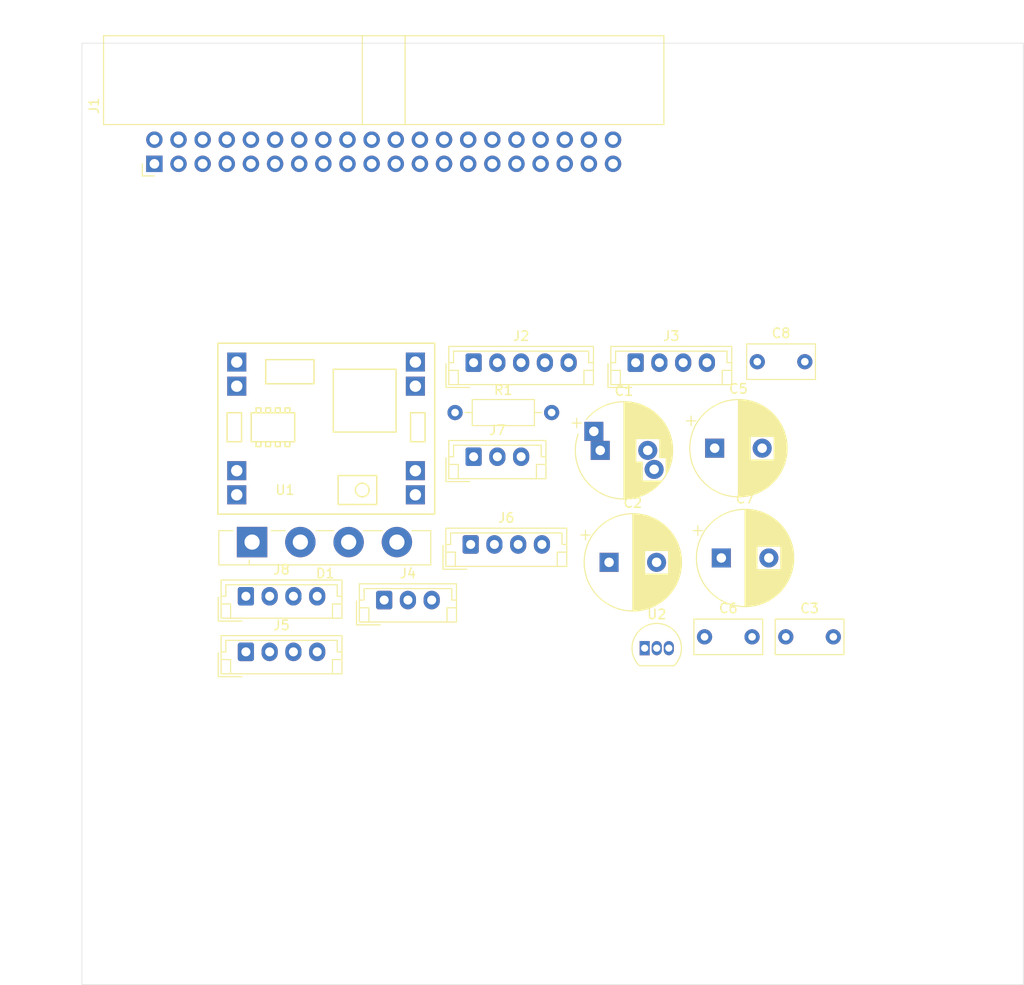
<source format=kicad_pcb>
(kicad_pcb (version 20221018) (generator pcbnew)
  (layers (0 "F.Cu" signal) (31 "B.Cu" signal) (34 "B.Paste" user) (35 "F.Paste" user) (36 "B.SilkS" user "B.Silkscreen") (37 "F.SilkS" user "F.Silkscreen") (38 "B.Mask" user) (39 "F.Mask" user) (44 "Edge.Cuts" user))
  (net 0 "")
  (net 1 "GNDD")
  (net 2 "/AC1")
  (net 3 "/AC2")
  (net 4 "/+3.3VA")
  (net 5 "/AD2")
  (net 6 "/AD1")
  (net 7 "/AD3")
  (net 8 "/SYNC_SCK")
  (net 9 "/SYNC_DATA")
  (net 10 "/ROT-B")
  (net 11 "/ROT-A")
  (net 12 "/MUTE")
  (net 13 "/STBY")
  (net 14 "/REMOTE")
  (net 15 "GNDA")
  (net 16 "/SP_L")
  (net 17 "/OUT_L")
  (net 18 "/OUT_R")
  (net 19 "/SP_R")
  (net 20 "Net-(C1-Pad1)")
  (net 21 "+5V")
  (net 22 "Net-(C5-Pad1)")
  (net 23 "Net-(C7-Pad1)")
  (net 24 "Net-(J1-Pad3)")
  (net 25 "Net-(J1-Pad4)")
  (net 26 "Net-(J1-Pad5)")
  (net 27 "Net-(J1-Pad6)")
  (net 28 "Net-(J1-Pad7)")
  (net 29 "Net-(J1-Pad8)")
  (net 30 "Net-(J1-Pad13)")
  (net 31 "Net-(J1-Pad20)")
  (net 32 "Net-(J1-Pad21)")
  (net 33 "/QD_G")
  (net 34 "/QD_L")
  (net 35 "/QD_R")
  (net 36 "Net-(J1-Pad31)")
  (net 37 "Net-(J1-Pad32)")
  (net 38 "/MP3_L")
  (net 39 "/MP3_R")
  (net 40 "/TUN_L")
  (net 41 "/TUN_R")
  (net 42 "Net-(J3-Pad1)")
  (net 43 "Net-(J8-Pad1)")
  (net 44 "/SDA")
  (net 45 "/SCL")
  (footprint "Connector_IDC:IDC-Header_2x20_P2.54mm_Horizontal" (layer "F.Cu") (at 106.68 45.72 90)
    (fp_text reference "J1" (at 6.105 -6.35 90) (layer "F.SilkS"))
    (fp_text value "H-MS1110_Bus")
    (pad "1" thru_hole rect (at 0 0 90) (size 1.7272 1.7272) (drill 1.016) (layers "*.Cu" "*.Mask") (net 5 "/AD2"))
    (pad "2" thru_hole oval (at 2.54 0 90) (size 1.7272 1.7272) (drill 1.016) (layers "*.Cu" "*.Mask") (net 6 "/AD1"))
    (pad "3" thru_hole oval (at 0 2.54 90) (size 1.7272 1.7272) (drill 1.016) (layers "*.Cu" "*.Mask") (net 24 "Net-(J1-Pad3)"))
    (pad "4" thru_hole oval (at 2.54 2.54 90) (size 1.7272 1.7272) (drill 1.016) (layers "*.Cu" "*.Mask") (net 25 "Net-(J1-Pad4)"))
    (pad "5" thru_hole oval (at 0 5.08 90) (size 1.7272 1.7272) (drill 1.016) (layers "*.Cu" "*.Mask") (net 26 "Net-(J1-Pad5)"))
    (pad "6" thru_hole oval (at 2.54 5.08 90) (size 1.7272 1.7272) (drill 1.016) (layers "*.Cu" "*.Mask") (net 27 "Net-(J1-Pad6)"))
    (pad "7" thru_hole oval (at 0 7.62 90) (size 1.7272 1.7272) (drill 1.016) (layers "*.Cu" "*.Mask") (net 28 "Net-(J1-Pad7)"))
    (pad "8" thru_hole oval (at 2.54 7.62 90) (size 1.7272 1.7272) (drill 1.016) (layers "*.Cu" "*.Mask") (net 29 "Net-(J1-Pad8)"))
    (pad "9" thru_hole oval (at 0 10.16 90) (size 1.7272 1.7272) (drill 1.016) (layers "*.Cu" "*.Mask") (net 4 "/+3.3VA"))
    (pad "10" thru_hole oval (at 2.54 10.16 90) (size 1.7272 1.7272) (drill 1.016) (layers "*.Cu" "*.Mask") (net 10 "/ROT-B"))
    (pad "11" thru_hole oval (at 0 12.7 90) (size 1.7272 1.7272) (drill 1.016) (layers "*.Cu" "*.Mask") (net 1 "GNDD"))
    (pad "12" thru_hole oval (at 2.54 12.7 90) (size 1.7272 1.7272) (drill 1.016) (layers "*.Cu" "*.Mask") (net 11 "/ROT-A"))
    (pad "13" thru_hole oval (at 0 15.24 90) (size 1.7272 1.7272) (drill 1.016) (layers "*.Cu" "*.Mask") (net 30 "Net-(J1-Pad13)"))
    (pad "14" thru_hole oval (at 2.54 15.24 90) (size 1.7272 1.7272) (drill 1.016) (layers "*.Cu" "*.Mask") (net 7 "/AD3"))
    (pad "15" thru_hole oval (at 0 17.78 90) (size 1.7272 1.7272) (drill 1.016) (layers "*.Cu" "*.Mask") (net 14 "/REMOTE"))
    (pad "16" thru_hole oval (at 2.54 17.78 90) (size 1.7272 1.7272) (drill 1.016) (layers "*.Cu" "*.Mask") (net 9 "/SYNC_DATA"))
    (pad "17" thru_hole oval (at 0 20.32 90) (size 1.7272 1.7272) (drill 1.016) (layers "*.Cu" "*.Mask") (net 2 "/AC1"))
    (pad "18" thru_hole oval (at 2.54 20.32 90) (size 1.7272 1.7272) (drill 1.016) (layers "*.Cu" "*.Mask") (net 8 "/SYNC_SCK"))
    (pad "19" thru_hole oval (at 0 22.86 90) (size 1.7272 1.7272) (drill 1.016) (layers "*.Cu" "*.Mask") (net 3 "/AC2"))
    (pad "20" thru_hole oval (at 2.54 22.86 90) (size 1.7272 1.7272) (drill 1.016) (layers "*.Cu" "*.Mask") (net 31 "Net-(J1-Pad20)"))
    (pad "21" thru_hole oval (at 0 25.4 90) (size 1.7272 1.7272) (drill 1.016) (layers "*.Cu" "*.Mask") (net 32 "Net-(J1-Pad21)"))
    (pad "22" thru_hole oval (at 2.54 25.4 90) (size 1.7272 1.7272) (drill 1.016) (layers "*.Cu" "*.Mask") (net 13 "/STBY"))
    (pad "23" thru_hole oval (at 0 27.94 90) (size 1.7272 1.7272) (drill 1.016) (layers "*.Cu" "*.Mask") (net 33 "/QD_G"))
    (pad "24" thru_hole oval (at 2.54 27.94 90) (size 1.7272 1.7272) (drill 1.016) (layers "*.Cu" "*.Mask") (net 12 "/MUTE"))
    (pad "25" thru_hole oval (at 0 30.48 90) (size 1.7272 1.7272) (drill 1.016) (layers "*.Cu" "*.Mask") (net 15 "GNDA"))
    (pad "26" thru_hole oval (at 2.54 30.48 90) (size 1.7272 1.7272) (drill 1.016) (layers "*.Cu" "*.Mask") (net 34 "/QD_L"))
    (pad "27" thru_hole oval (at 0 33.02 90) (size 1.7272 1.7272) (drill 1.016) (layers "*.Cu" "*.Mask") (net 16 "/SP_L"))
    (pad "28" thru_hole oval (at 2.54 33.02 90) (size 1.7272 1.7272) (drill 1.016) (layers "*.Cu" "*.Mask") (net 35 "/QD_R"))
    (pad "29" thru_hole oval (at 0 35.56 90) (size 1.7272 1.7272) (drill 1.016) (layers "*.Cu" "*.Mask") (net 17 "/OUT_L"))
    (pad "30" thru_hole oval (at 2.54 35.56 90) (size 1.7272 1.7272) (drill 1.016) (layers "*.Cu" "*.Mask") (net 18 "/OUT_R"))
    (pad "31" thru_hole oval (at 0 38.1 90) (size 1.7272 1.7272) (drill 1.016) (layers "*.Cu" "*.Mask") (net 36 "Net-(J1-Pad31)"))
    (pad "32" thru_hole oval (at 2.54 38.1 90) (size 1.7272 1.7272) (drill 1.016) (layers "*.Cu" "*.Mask") (net 37 "Net-(J1-Pad32)"))
    (pad "33" thru_hole oval (at 0 40.64 90) (size 1.7272 1.7272) (drill 1.016) (layers "*.Cu" "*.Mask") (net 15 "GNDA"))
    (pad "34" thru_hole oval (at 2.54 40.64 90) (size 1.7272 1.7272) (drill 1.016) (layers "*.Cu" "*.Mask") (net 19 "/SP_R"))
    (pad "35" thru_hole oval (at 0 43.18 90) (size 1.7272 1.7272) (drill 1.016) (layers "*.Cu" "*.Mask") (net 15 "GNDA"))
    (pad "36" thru_hole oval (at 2.54 43.18 90) (size 1.7272 1.7272) (drill 1.016) (layers "*.Cu" "*.Mask") (net 38 "/MP3_L"))
    (pad "37" thru_hole oval (at 0 45.72 90) (size 1.7272 1.7272) (drill 1.016) (layers "*.Cu" "*.Mask") (net 39 "/MP3_R"))
    (pad "38" thru_hole oval (at 2.54 45.72 90) (size 1.7272 1.7272) (drill 1.016) (layers "*.Cu" "*.Mask") (net 15 "GNDA"))
    (pad "39" thru_hole oval (at 0 48.26 90) (size 1.7272 1.7272) (drill 1.016) (layers "*.Cu" "*.Mask") (net 40 "/TUN_L"))
    (pad "40" thru_hole oval (at 2.54 48.26 90) (size 1.7272 1.7272) (drill 1.016) (layers "*.Cu" "*.Mask") (net 41 "/TUN_R"))
  )
  (footprint "Capacitor_THT:CP_Radial_D10.0mm_P5.00mm_P7.50mm" (layer "F.Cu") (at 153.593647 75.871001)
    (fp_text reference "C1" (at 2.5 -6.25) (layer "F.SilkS"))
    (fp_text value "1000.0")
    (pad "1" thru_hole rect (at -0.672144 -2) (size 2 2) (drill 1) (layers "*.Cu" "*.Mask") (net 20 "Net-(C1-Pad1)"))
    (pad "1" thru_hole rect (at 0 0) (size 2 2) (drill 1) (layers "*.Cu" "*.Mask") (net 20 "Net-(C1-Pad1)"))
    (pad "2" thru_hole circle (at 5 0) (size 2 2) (drill 1) (layers "*.Cu" "*.Mask") (net 1 "GNDD"))
    (pad "2" thru_hole circle (at 5.672144 2) (size 2 2) (drill 1) (layers "*.Cu" "*.Mask") (net 1 "GNDD"))
  )
  (footprint "Capacitor_THT:CP_Radial_D10.0mm_P5.00mm" (layer "F.Cu") (at 154.523647 87.651001)
    (fp_text reference "C2" (at 2.5 -6.25) (layer "F.SilkS"))
    (fp_text value "470.0")
    (pad "1" thru_hole rect (at 0 0) (size 2 2) (drill 1) (layers "*.Cu" "*.Mask") (net 21 "+5V"))
    (pad "2" thru_hole circle (at 5 0) (size 2 2) (drill 1) (layers "*.Cu" "*.Mask") (net 1 "GNDD"))
  )
  (footprint "Capacitor_THT:C_Rect_L7.0mm_W3.5mm_P5.00mm" (layer "F.Cu") (at 173.119001 95.491001)
    (fp_text reference "C3" (at 2.5 -3) (layer "F.SilkS"))
    (fp_text value "0.1")
    (pad "1" thru_hole circle (at 0 0) (size 1.6 1.6) (drill 0.8) (layers "*.Cu" "*.Mask") (net 21 "+5V"))
    (pad "2" thru_hole circle (at 5 0) (size 1.6 1.6) (drill 0.8) (layers "*.Cu" "*.Mask") (net 1 "GNDD"))
  )
  (footprint "Capacitor_THT:CP_Radial_D10.0mm_P5.00mm" (layer "F.Cu") (at 165.633647 75.641001)
    (fp_text reference "C5" (at 2.5 -6.25) (layer "F.SilkS"))
    (fp_text value "220.0")
    (pad "1" thru_hole rect (at 0 0) (size 2 2) (drill 1) (layers "*.Cu" "*.Mask") (net 22 "Net-(C5-Pad1)"))
    (pad "2" thru_hole circle (at 5 0) (size 2 2) (drill 1) (layers "*.Cu" "*.Mask") (net 15 "GNDA"))
  )
  (footprint "Capacitor_THT:C_Rect_L7.0mm_W3.5mm_P5.00mm" (layer "F.Cu") (at 164.569001 95.491001)
    (fp_text reference "C6" (at 2.5 -3) (layer "F.SilkS"))
    (fp_text value "0.1")
    (pad "1" thru_hole circle (at 0 0) (size 1.6 1.6) (drill 0.8) (layers "*.Cu" "*.Mask") (net 22 "Net-(C5-Pad1)"))
    (pad "2" thru_hole circle (at 5 0) (size 1.6 1.6) (drill 0.8) (layers "*.Cu" "*.Mask") (net 15 "GNDA"))
  )
  (footprint "Capacitor_THT:CP_Radial_D10.0mm_P5.00mm" (layer "F.Cu") (at 166.333647 87.191001)
    (fp_text reference "C7" (at 2.5 -6.25) (layer "F.SilkS"))
    (fp_text value "220.0")
    (pad "1" thru_hole rect (at 0 0) (size 2 2) (drill 1) (layers "*.Cu" "*.Mask") (net 23 "Net-(C7-Pad1)"))
    (pad "2" thru_hole circle (at 5 0) (size 2 2) (drill 1) (layers "*.Cu" "*.Mask") (net 15 "GNDA"))
  )
  (footprint "Capacitor_THT:C_Rect_L7.0mm_W3.5mm_P5.00mm" (layer "F.Cu") (at 170.119001 66.541001)
    (fp_text reference "C8" (at 2.5 -3) (layer "F.SilkS"))
    (fp_text value "0.1")
    (pad "1" thru_hole circle (at 0 0) (size 1.6 1.6) (drill 0.8) (layers "*.Cu" "*.Mask") (net 23 "Net-(C7-Pad1)"))
    (pad "2" thru_hole circle (at 5 0) (size 1.6 1.6) (drill 0.8) (layers "*.Cu" "*.Mask") (net 15 "GNDA"))
  )
  (footprint "Diode_THT:Diode_Bridge_Vishay_GBU" (layer "F.Cu") (at 116.959001 85.521001)
    (fp_text reference "D1" (at 7.7 3.3 180) (layer "F.SilkS"))
    (fp_text value "GBU8K")
    (pad "1" thru_hole rect (at 0 0) (size 3.2 3.2) (drill 1.6) (layers "*.Cu" "*.Mask") (net 20 "Net-(C1-Pad1)"))
    (pad "2" thru_hole circle (at 5.08 0) (size 3.2 3.2) (drill 1.6) (layers "*.Cu" "*.Mask") (net 3 "/AC2"))
    (pad "3" thru_hole circle (at 10.16 0) (size 3.2 3.2) (drill 1.6) (layers "*.Cu" "*.Mask") (net 2 "/AC1"))
    (pad "4" thru_hole circle (at 15.24 0) (size 3.2 3.2) (drill 1.6) (layers "*.Cu" "*.Mask") (net 1 "GNDD"))
  )
  (footprint "Connector_JST:JST_EH_B5B-EH-A_1x05_P2.50mm_Vertical" (layer "F.Cu") (at 140.269001 66.641001)
    (fp_text reference "J2" (at 5 -2.8) (layer "F.SilkS"))
    (fp_text value "EXT_INPUT")
    (pad "1" thru_hole roundrect (at 0 0) (size 1.7 1.95) (drill 0.95) (layers "*.Cu" "*.Mask") (roundrect_rratio 0.147059) (net 4 "/+3.3VA"))
    (pad "2" thru_hole oval (at 2.5 0) (size 1.7 1.95) (drill 0.95) (layers "*.Cu" "*.Mask") (net 5 "/AD2"))
    (pad "3" thru_hole oval (at 5 0) (size 1.7 1.95) (drill 0.95) (layers "*.Cu" "*.Mask") (net 6 "/AD1"))
    (pad "4" thru_hole oval (at 7.5 0) (size 1.7 1.95) (drill 0.95) (layers "*.Cu" "*.Mask") (net 7 "/AD3"))
    (pad "5" thru_hole oval (at 10 0) (size 1.7 1.95) (drill 0.95) (layers "*.Cu" "*.Mask") (net 1 "GNDD"))
  )
  (footprint "Connector_JST:JST_EH_B4B-EH-A_1x04_P2.50mm_Vertical" (layer "F.Cu") (at 157.319001 66.641001)
    (fp_text reference "J3" (at 3.75 -2.8) (layer "F.SilkS"))
    (fp_text value "SYNC")
    (pad "1" thru_hole roundrect (at 0 0) (size 1.7 1.95) (drill 0.95) (layers "*.Cu" "*.Mask") (roundrect_rratio 0.147059) (net 42 "Net-(J3-Pad1)"))
    (pad "2" thru_hole oval (at 2.5 0) (size 1.7 1.95) (drill 0.95) (layers "*.Cu" "*.Mask") (net 9 "/SYNC_DATA"))
    (pad "3" thru_hole oval (at 5 0) (size 1.7 1.95) (drill 0.95) (layers "*.Cu" "*.Mask") (net 8 "/SYNC_SCK"))
    (pad "4" thru_hole oval (at 7.5 0) (size 1.7 1.95) (drill 0.95) (layers "*.Cu" "*.Mask") (net 1 "GNDD"))
  )
  (footprint "Connector_JST:JST_EH_B3B-EH-A_1x03_P2.50mm_Vertical" (layer "F.Cu") (at 130.859001 91.621001)
    (fp_text reference "J4" (at 2.5 -2.8) (layer "F.SilkS"))
    (fp_text value "ROT")
    (pad "1" thru_hole roundrect (at 0 0) (size 1.7 1.95) (drill 0.95) (layers "*.Cu" "*.Mask") (roundrect_rratio 0.147059) (net 10 "/ROT-B"))
    (pad "2" thru_hole oval (at 2.5 0) (size 1.7 1.95) (drill 0.95) (layers "*.Cu" "*.Mask") (net 1 "GNDD"))
    (pad "3" thru_hole oval (at 5 0) (size 1.7 1.95) (drill 0.95) (layers "*.Cu" "*.Mask") (net 11 "/ROT-A"))
  )
  (footprint "Connector_JST:JST_EH_B4B-EH-A_1x04_P2.50mm_Vertical" (layer "F.Cu") (at 116.309001 97.071001)
    (fp_text reference "J5" (at 3.75 -2.8) (layer "F.SilkS"))
    (fp_text value "CONTROL")
    (pad "1" thru_hole roundrect (at 0 0) (size 1.7 1.95) (drill 0.95) (layers "*.Cu" "*.Mask") (roundrect_rratio 0.147059) (net 12 "/MUTE"))
    (pad "2" thru_hole oval (at 2.5 0) (size 1.7 1.95) (drill 0.95) (layers "*.Cu" "*.Mask") (net 13 "/STBY"))
    (pad "3" thru_hole oval (at 5 0) (size 1.7 1.95) (drill 0.95) (layers "*.Cu" "*.Mask") (net 14 "/REMOTE"))
    (pad "4" thru_hole oval (at 7.5 0) (size 1.7 1.95) (drill 0.95) (layers "*.Cu" "*.Mask") (net 1 "GNDD"))
  )
  (footprint "Connector_JST:JST_EH_B4B-EH-A_1x04_P2.50mm_Vertical" (layer "F.Cu") (at 139.959001 85.771001)
    (fp_text reference "J6" (at 3.75 -2.8) (layer "F.SilkS"))
    (fp_text value "FP_POWER")
    (pad "1" thru_hole roundrect (at 0 0) (size 1.7 1.95) (drill 0.95) (layers "*.Cu" "*.Mask") (roundrect_rratio 0.147059) (net 21 "+5V"))
    (pad "2" thru_hole oval (at 2.5 0) (size 1.7 1.95) (drill 0.95) (layers "*.Cu" "*.Mask") (net 21 "+5V"))
    (pad "3" thru_hole oval (at 5 0) (size 1.7 1.95) (drill 0.95) (layers "*.Cu" "*.Mask") (net 1 "GNDD"))
    (pad "4" thru_hole oval (at 7.5 0) (size 1.7 1.95) (drill 0.95) (layers "*.Cu" "*.Mask") (net 1 "GNDD"))
  )
  (footprint "Connector_JST:JST_EH_B3B-EH-A_1x03_P2.50mm_Vertical" (layer "F.Cu") (at 140.269001 76.541001)
    (fp_text reference "J7" (at 2.5 -2.8) (layer "F.SilkS"))
    (fp_text value "SPECT")
    (pad "1" thru_hole roundrect (at 0 0) (size 1.7 1.95) (drill 0.95) (layers "*.Cu" "*.Mask") (roundrect_rratio 0.147059) (net 16 "/SP_L"))
    (pad "2" thru_hole oval (at 2.5 0) (size 1.7 1.95) (drill 0.95) (layers "*.Cu" "*.Mask") (net 1 "GNDD"))
    (pad "3" thru_hole oval (at 5 0) (size 1.7 1.95) (drill 0.95) (layers "*.Cu" "*.Mask") (net 19 "/SP_R"))
  )
  (footprint "Connector_JST:JST_EH_B4B-EH-A_1x04_P2.50mm_Vertical" (layer "F.Cu") (at 116.309001 91.221001)
    (fp_text reference "J8" (at 3.75 -2.8) (layer "F.SilkS"))
    (fp_text value "I2C")
    (pad "1" thru_hole roundrect (at 0 0) (size 1.7 1.95) (drill 0.95) (layers "*.Cu" "*.Mask") (roundrect_rratio 0.147059) (net 43 "Net-(J8-Pad1)"))
    (pad "2" thru_hole oval (at 2.5 0) (size 1.7 1.95) (drill 0.95) (layers "*.Cu" "*.Mask") (net 44 "/SDA"))
    (pad "3" thru_hole oval (at 5 0) (size 1.7 1.95) (drill 0.95) (layers "*.Cu" "*.Mask") (net 45 "/SCL"))
    (pad "4" thru_hole oval (at 7.5 0) (size 1.7 1.95) (drill 0.95) (layers "*.Cu" "*.Mask") (net 1 "GNDD"))
  )
  (footprint "Resistor_THT:R_Axial_DIN0207_L6.3mm_D2.5mm_P10.16mm_Horizontal" (layer "F.Cu") (at 138.319001 71.891001)
    (fp_text reference "R1" (at 5.08 -2.37) (layer "F.SilkS"))
    (fp_text value "100")
    (pad "1" thru_hole circle (at 0 0) (size 1.6 1.6) (drill 0.8) (layers "*.Cu" "*.Mask") (net 22 "Net-(C5-Pad1)"))
    (pad "2" thru_hole oval (at 10.16 0) (size 1.6 1.6) (drill 0.8) (layers "*.Cu" "*.Mask") (net 37 "Net-(J1-Pad32)"))
  )
  (footprint "h-ms1110:MP1584EN_module" (layer "F.Cu") (at 124.999001 73.435001)
    (fp_text reference "U1" (at -4.572 6.604) (layer "F.SilkS"))
    (fp_text value "MP1584EN_module")
    (pad "1" thru_hole rect (at -9.652 7.112 180) (size 2 2) (drill 1.2) (layers "*.Cu" "*.Mask") (net 20 "Net-(C1-Pad1)"))
    (pad "2" thru_hole rect (at -9.652 4.572 180) (size 2 2) (drill 1.2) (layers "*.Cu" "*.Mask") (net 20 "Net-(C1-Pad1)"))
    (pad "3" thru_hole rect (at -9.652 -4.318 180) (size 2 2) (drill 1.2) (layers "*.Cu" "*.Mask") (net 1 "GNDD"))
    (pad "4" thru_hole rect (at -9.652 -6.858 180) (size 2 2) (drill 1.2) (layers "*.Cu" "*.Mask") (net 1 "GNDD"))
    (pad "5" thru_hole rect (at 9.144 -6.858 180) (size 2 2) (drill 1.2) (layers "*.Cu" "*.Mask") (net 1 "GNDD"))
    (pad "6" thru_hole rect (at 9.144 -4.318 180) (size 2 2) (drill 1.2) (layers "*.Cu" "*.Mask") (net 1 "GNDD"))
    (pad "7" thru_hole rect (at 9.144 4.572 180) (size 2 2) (drill 1.2) (layers "*.Cu" "*.Mask") (net 21 "+5V"))
    (pad "8" thru_hole rect (at 9.144 7.112 180) (size 2 2) (drill 1.2) (layers "*.Cu" "*.Mask") (net 21 "+5V"))
  )
  (footprint "Package_TO_SOT_THT:TO-92_Inline" (layer "F.Cu") (at 158.269001 96.681001)
    (fp_text reference "U2" (at 1.27 -3.56) (layer "F.SilkS"))
    (fp_text value "L78L12_TO92")
    (pad "1" thru_hole rect (at 0 0) (size 1.05 1.5) (drill 0.75) (layers "*.Cu" "*.Mask") (net 23 "Net-(C7-Pad1)"))
    (pad "2" thru_hole oval (at 1.27 0) (size 1.05 1.5) (drill 0.75) (layers "*.Cu" "*.Mask") (net 15 "GNDA"))
    (pad "3" thru_hole oval (at 2.54 0) (size 1.05 1.5) (drill 0.75) (layers "*.Cu" "*.Mask") (net 22 "Net-(C5-Pad1)"))
  )
  (gr_line (start 198.12 33.02) (end 99.06 33.02) (stroke (width 0.05)) (layer "Edge.Cuts"))
  (gr_line (start 99.06 33.02) (end 99.06 132.08) (stroke (width 0.05)) (layer "Edge.Cuts"))
  (gr_line (start 99.06 132.08) (end 198.12 132.08) (stroke (width 0.05)) (layer "Edge.Cuts"))
  (gr_line (start 198.12 132.08) (end 198.12 33.02) (stroke (width 0.05)) (layer "Edge.Cuts"))
)
</source>
